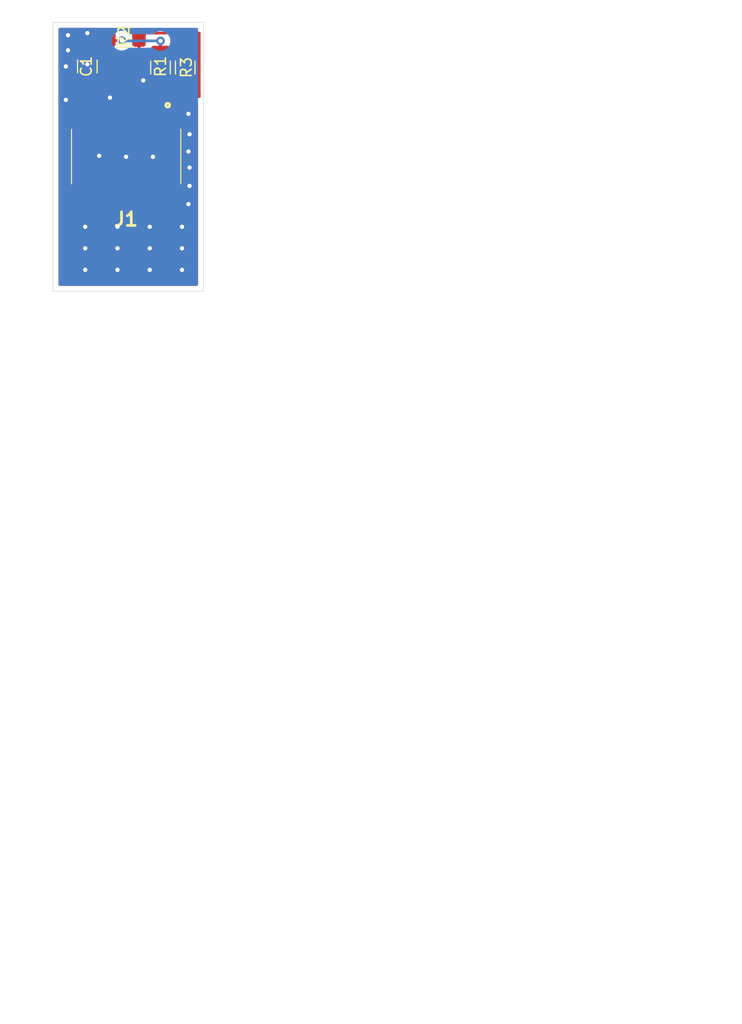
<source format=kicad_pcb>
(kicad_pcb (version 20211014) (generator pcbnew)
  (layers (0 "F.Cu" signal) (31 "B.Cu" signal) (34 "B.Paste" user) (35 "F.Paste" user) (36 "B.SilkS" user "B.Silkscreen") (37 "F.SilkS" user "F.Silkscreen") (38 "B.Mask" user) (39 "F.Mask" user) (44 "Edge.Cuts" user))
  (net 0 "")
  (net 1 "GND")
  (net 2 "+3V3")
  (net 3 "SDA")
  (net 4 "SCL")
  (net 5 "Net-(R3-Pad2)")
  (footprint "SamacSys_Parts:TSM-104-YY-ZZZ-DV-P-TR" (layer "F.Cu") (at 137.81 74.475)
    (fp_text reference "J1" (at -0.01 5.825) (layer "F.SilkS") (effects (font (size 1.27 1.27) (thickness 0.254))))
    (fp_text value "TSM-104-02-S-DV-P-TR" hide)
    (fp_line (start -5.08 2.54) (end -5.08 -2.54) (layer "F.SilkS") (width 0.1))
    (fp_line (start 5.08 -2.54) (end 5.08 2.54) (layer "F.SilkS") (width 0.1))
    (fp_circle (center 3.86 -4.775) (end 3.81 -4.775) (layer "F.SilkS") (width 0.254) (fill none))
    (pad "1" smd rect locked (at 3.81 -2.475) (size 1.27 3.68) (layers "F.Cu" "F.Paste" "F.Mask") (net 3 "SDA"))
    (pad "2" smd rect locked (at 3.81 2.475) (size 1.27 3.68) (layers "F.Cu" "F.Paste" "F.Mask") (net 1 "GND"))
    (pad "3" smd rect locked (at 1.27 -2.475) (size 1.27 3.68) (layers "F.Cu" "F.Paste" "F.Mask") (net 4 "SCL"))
    (pad "4" smd rect locked (at 1.27 2.475) (size 1.27 3.68) (layers "F.Cu" "F.Paste" "F.Mask") (net 1 "GND"))
    (pad "5" smd rect locked (at -1.27 -2.475) (size 1.27 3.68) (layers "F.Cu" "F.Paste" "F.Mask") (net 1 "GND"))
    (pad "6" smd rect locked (at -1.27 2.475) (size 1.27 3.68) (layers "F.Cu" "F.Paste" "F.Mask") (net 1 "GND"))
    (pad "7" smd rect locked (at -3.81 -2.475) (size 1.27 3.68) (layers "F.Cu" "F.Paste" "F.Mask") (net 2 "+3V3"))
    (pad "8" smd rect locked (at -3.81 2.475) (size 1.27 3.68) (layers "F.Cu" "F.Paste" "F.Mask") (net 1 "GND"))
  )
  (footprint "Resistor_SMD:R_1206_3216Metric" (layer "F.Cu") (at 141 66.2 -90)
    (fp_text reference "R1" (at -0.1 0 90) (layer "F.SilkS"))
    (fp_text value "10K")
    (fp_line (start -0.602064 -0.91) (end 0.602064 -0.91) (layer "F.SilkS") (width 0.12))
    (fp_line (start -0.602064 0.91) (end 0.602064 0.91) (layer "F.SilkS") (width 0.12))
    (pad "1" smd roundrect locked (at -1.4 0 270) (size 1.25 1.75) (layers "F.Cu" "F.Paste" "F.Mask") (roundrect_rratio 0.2) (net 2 "+3V3"))
    (pad "2" smd roundrect locked (at 1.4 0 270) (size 1.25 1.75) (layers "F.Cu" "F.Paste" "F.Mask") (roundrect_rratio 0.2) (net 4 "SCL"))
  )
  (footprint "Resistor_SMD:R_1206_3216Metric" (layer "F.Cu") (at 143.3 66.2 -90)
    (fp_text reference "R3" (at 0 -0.1 90) (layer "F.SilkS"))
    (fp_text value "10K")
    (fp_line (start -0.602064 -0.91) (end 0.602064 -0.91) (layer "F.SilkS") (width 0.12))
    (fp_line (start -0.602064 0.91) (end 0.602064 0.91) (layer "F.SilkS") (width 0.12))
    (pad "1" smd roundrect locked (at -1.4 0 270) (size 1.25 1.75) (layers "F.Cu" "F.Paste" "F.Mask") (roundrect_rratio 0.2) (net 2 "+3V3"))
    (pad "2" smd roundrect locked (at 1.4 0 270) (size 1.25 1.75) (layers "F.Cu" "F.Paste" "F.Mask") (roundrect_rratio 0.2) (net 5 "Net-(R3-Pad2)"))
  )
  (footprint "Capacitor_SMD:C_1206_3216Metric_Pad1.42x1.75mm_HandSolder" (layer "F.Cu") (at 134.2 66.1 90)
    (fp_text reference "C1" (at 0 -0.1 90) (layer "F.SilkS"))
    (fp_text value "100nF")
    (fp_line (start -0.602064 -0.91) (end 0.602064 -0.91) (layer "F.SilkS") (width 0.12))
    (fp_line (start -0.602064 0.91) (end 0.602064 0.91) (layer "F.SilkS") (width 0.12))
    (pad "1" smd roundrect locked (at -1.4875 0 90) (size 1.425 1.75) (layers "F.Cu" "F.Paste" "F.Mask") (roundrect_rratio 0.1754385965) (net 2 "+3V3"))
    (pad "2" smd roundrect locked (at 1.4875 0 90) (size 1.425 1.75) (layers "F.Cu" "F.Paste" "F.Mask") (roundrect_rratio 0.1754385965) (net 1 "GND"))
  )
  (footprint "Resistor_SMD:R_1206_3216Metric" (layer "F.Cu") (at 137.6 63.4)
    (fp_text reference "R2" (at 0 -0.1 90) (layer "F.SilkS"))
    (fp_text value "10K")
    (fp_line (start -0.602064 0.91) (end 0.602064 0.91) (layer "F.SilkS") (width 0.12))
    (fp_line (start -0.602064 -0.91) (end 0.602064 -0.91) (layer "F.SilkS") (width 0.12))
    (pad "1" smd roundrect locked (at -1.4 0) (size 1.25 1.75) (layers "F.Cu" "F.Paste" "F.Mask") (roundrect_rratio 0.2) (net 2 "+3V3"))
    (pad "2" smd roundrect locked (at 1.4 0) (size 1.25 1.75) (layers "F.Cu" "F.Paste" "F.Mask") (roundrect_rratio 0.2) (net 3 "SDA"))
  )
  (footprint "KiCAD Part Library:TSL2752" (layer "F.Cu") (at 137.0875 68.025 90)
    (fp_text reference "U1" hide)
    (fp_text value "TSL25721FN")
    (pad "1" smd rect (at 0.6 0.2 90) (size 1.2 0.35) (layers "F.Cu" "F.Paste" "F.Mask") (net 2 "+3V3"))
    (pad "2" smd roundrect (at 0.6 0.85 90) (size 1.2 0.35) (layers "F.Cu" "F.Paste" "F.Mask") (net 4 "SCL"))
    (pad "3" smd roundrect (at 0.6 1.5 90) (size 1.2 0.35) (layers "F.Cu" "F.Paste" "F.Mask") (net 1 "GND"))
    (pad "4" smd roundrect (at 2.1 1.5 90) (size 1.2 0.35) (layers "F.Cu" "F.Paste" "F.Mask"))
    (pad "5" smd roundrect (at 2.1 0.85 90) (size 1.2 0.35) (layers "F.Cu" "F.Paste" "F.Mask") (net 5 "Net-(R3-Pad2)"))
    (pad "6" smd roundrect (at 2.1 0.2 90) (size 1.2 0.35) (layers "F.Cu" "F.Paste" "F.Mask") (net 3 "SDA"))
  )
  (gr_line (start 145 87) (end 131 87) (layer "Edge.Cuts") (width 0.05))
  (gr_line (start 131 62) (end 145 62) (layer "Edge.Cuts") (width 0.05))
  (gr_line (start 131 87) (end 131 62) (layer "Edge.Cuts") (width 0.05))
  (gr_line (start 145 62) (end 145 87) (layer "Edge.Cuts") (width 0.05))
  (segment (start 138.6125 67.4) (end 138.5875 67.425) (width 0.25) (layer "F.Cu") (net 1))
  (segment (start 134.2 64.6125) (end 134.2 65.9) (width 0.25) (layer "F.Cu") (net 1))
  (segment (start 134.5 64.9125) (end 134.2 64.6125) (width 0.25) (layer "F.Cu") (net 1))
  (segment (start 139.4 67.4) (end 138.6125 67.4) (width 0.25) (layer "F.Cu") (net 1))
  (via (at 132.2 69.2) (size 0.8) (drill 0.4) (layers "F.Cu" "B.Cu") (net 1))
  (via (at 132.4 63.2) (size 0.8) (drill 0.4) (layers "F.Cu" "B.Cu") (net 1))
  (via (at 137.8 74.5) (size 0.8) (drill 0.4) (layers "F.Cu" "B.Cu") (net 1))
  (via (at 134.2 65.9) (size 0.8) (drill 0.4) (layers "F.Cu" "B.Cu") (net 1))
  (via (at 135.3 74.4) (size 0.8) (drill 0.4) (layers "F.Cu" "B.Cu") (net 1))
  (via (at 137 85) (size 0.8) (drill 0.4) (layers "F.Cu" "B.Cu") (net 1))
  (via (at 143.6 74) (size 0.8) (drill 0.4) (layers "F.Cu" "B.Cu") (net 1))
  (via (at 134 85) (size 0.8) (drill 0.4) (layers "F.Cu" "B.Cu") (net 1))
  (via (at 140.3 74.5) (size 0.8) (drill 0.4) (layers "F.Cu" "B.Cu") (net 1))
  (via (at 137 83) (size 0.8) (drill 0.4) (layers "F.Cu" "B.Cu") (net 1))
  (via (at 143.6 70.5) (size 0.8) (drill 0.4) (layers "F.Cu" "B.Cu") (net 1))
  (via (at 137 81) (size 0.8) (drill 0.4) (layers "F.Cu" "B.Cu") (net 1))
  (via (at 134 81) (size 0.8) (drill 0.4) (layers "F.Cu" "B.Cu") (net 1))
  (via (at 143.6 78.9) (size 0.8) (drill 0.4) (layers "F.Cu" "B.Cu") (net 1))
  (via (at 134.2 63) (size 0.8) (drill 0.4) (layers "F.Cu" "B.Cu") (net 1))
  (via (at 132.4 64.6) (size 0.8) (drill 0.4) (layers "F.Cu" "B.Cu") (net 1))
  (via (at 140 81) (size 0.8) (drill 0.4) (layers "F.Cu" "B.Cu") (net 1))
  (via (at 143.7 72.4) (size 0.8) (drill 0.4) (layers "F.Cu" "B.Cu") (net 1))
  (via (at 143 83) (size 0.8) (drill 0.4) (layers "F.Cu" "B.Cu") (net 1))
  (via (at 140 85) (size 0.8) (drill 0.4) (layers "F.Cu" "B.Cu") (net 1))
  (via (at 143.7 77.2) (size 0.8) (drill 0.4) (layers "F.Cu" "B.Cu") (net 1))
  (via (at 143 81) (size 0.8) (drill 0.4) (layers "F.Cu" "B.Cu") (net 1))
  (via (at 139.4 67.4) (size 0.8) (drill 0.4) (layers "F.Cu" "B.Cu") (net 1))
  (via (at 140 83) (size 0.8) (drill 0.4) (layers "F.Cu" "B.Cu") (net 1))
  (via (at 134 83) (size 0.8) (drill 0.4) (layers "F.Cu" "B.Cu") (net 1))
  (via (at 143 85) (size 0.8) (drill 0.4) (layers "F.Cu" "B.Cu") (net 1))
  (via (at 132.2 66.1) (size 0.8) (drill 0.4) (layers "F.Cu" "B.Cu") (net 1))
  (via (at 143.7 75.5) (size 0.8) (drill 0.4) (layers "F.Cu" "B.Cu") (net 1))
  (via (at 136.3 69) (size 0.8) (drill 0.4) (layers "F.Cu" "B.Cu") (net 1))
  (segment (start 135.8 63) (end 136.2 63.4) (width 0.25) (layer "F.Cu") (net 2))
  (segment (start 134.2 67.5875) (end 136.4875 67.5875) (width 0.25) (layer "F.Cu") (net 2))
  (segment (start 136.2 63.4) (end 136.2 63.6) (width 0.25) (layer "F.Cu") (net 2))
  (segment (start 143.3 64.8) (end 141 64.8) (width 0.25) (layer "F.Cu") (net 2))
  (segment (start 136.2 63.4) (end 136.4875 63.6875) (width 0.25) (layer "F.Cu") (net 2))
  (segment (start 134 72) (end 134 67.9875) (width 0.25) (layer "F.Cu") (net 2))
  (segment (start 134 67.9875) (end 134.4 67.5875) (width 0.25) (layer "F.Cu") (net 2))
  (segment (start 137.4 63.7) (end 136.5 63.7) (width 0.25) (layer "F.Cu") (net 2))
  (segment (start 136.4875 63.6875) (end 136.4875 67.5875) (width 0.25) (layer "F.Cu") (net 2))
  (segment (start 141 64.8) (end 141 63.7245) (width 0.25) (layer "F.Cu") (net 2))
  (segment (start 137.125 67.5875) (end 137.2875 67.425) (width 0.25) (layer "F.Cu") (net 2))
  (segment (start 136.4875 67.5875) (end 137.125 67.5875) (width 0.25) (layer "F.Cu") (net 2))
  (segment (start 141 64.8) (end 140.4 64.8) (width 0.25) (layer "F.Cu") (net 2))
  (segment (start 136.2 63.4) (end 136.3 63.4) (width 0.25) (layer "F.Cu") (net 2))
  (segment (start 136.5 63.7) (end 136.2 63.4) (width 0.25) (layer "F.Cu") (net 2))
  (via (at 141 63.7245) (size 0.8) (drill 0.4) (layers "F.Cu" "B.Cu") (net 2))
  (via (at 137.4 63.7) (size 0.8) (drill 0.4) (layers "F.Cu" "B.Cu") (net 2))
  (segment (start 141 63.7245) (end 137.4245 63.7245) (width 0.25) (layer "B.Cu") (net 2))
  (segment (start 137.4245 63.7245) (end 137.4 63.7) (width 0.25) (layer "B.Cu") (net 2))
  (segment (start 141.6 71.98) (end 141.62 72) (width 0.25) (layer "F.Cu") (net 3))
  (segment (start 139 64.5) (end 139.05096 64.55096) (width 0.25) (layer "F.Cu") (net 3))
  (segment (start 139.7 65.2) (end 139.05096 64.55096) (width 0.25) (layer "F.Cu") (net 3))
  (segment (start 141.62 69.88) (end 142.6 68.9) (width 0.25) (layer "F.Cu") (net 3))
  (segment (start 141.62 72) (end 141.62 69.88) (width 0.25) (layer "F.Cu") (net 3))
  (segment (start 139.1 63.8) (end 139.2 63.8) (width 0.25) (layer "F.Cu") (net 3))
  (segment (start 144.6 68.6) (end 144.6 68.8) (width 0.25) (layer "F.Cu") (net 3))
  (segment (start 144.6 63) (end 144.6 64.2) (width 0.25) (layer "F.Cu") (net 3))
  (segment (start 144.6 65.8) (end 144.6 66.3) (width 0.25) (layer "F.Cu") (net 3))
  (segment (start 139.7 65.9) (end 139.7 65.2) (width 0.25) (layer "F.Cu") (net 3))
  (segment (start 144.6 65.8) (end 144.5 65.9) (width 0.25) (layer "F.Cu") (net 3))
  (segment (start 144.6 66.3) (end 144.6 68.6) (width 0.25) (layer "F.Cu") (net 3))
  (segment (start 139 63.4) (end 139 64.5) (width 0.25) (layer "F.Cu") (net 3))
  (segment (start 141.6 72.02) (end 141.62 72) (width 0.25) (layer "F.Cu") (net 3))
  (segment (start 140.2 63) (end 139.4 63) (width 0.25) (layer "F.Cu") (net 3))
  (segment (start 144.6 68.9) (end 144.6 68.48) (width 0.25) (layer "F.Cu") (net 3))
  (segment (start 140.2 63) (end 144.6 63) (width 0.25) (layer "F.Cu") (net 3))
  (segment (start 144.6 64.2) (end 144.6 65.8) (width 0.25) (layer "F.Cu") (net 3))
  (segment (start 139.4 63) (end 139 63.4) (width 0.25) (layer "F.Cu") (net 3))
  (segment (start 142.6 68.9) (end 144.6 68.9) (width 0.25) (layer "F.Cu") (net 3))
  (segment (start 137.2875 65.392316) (end 137.2875 65.925) (width 0.25) (layer "F.Cu") (net 3))
  (segment (start 144.5 65.9) (end 139.7 65.9) (width 0.25) (layer "F.Cu") (net 3))
  (segment (start 140 63) (end 140.2 63) (width 0.25) (layer "F.Cu") (net 3))
  (segment (start 138.128856 64.55096) (end 137.2875 65.392316) (width 0.25) (layer "F.Cu") (net 3))
  (segment (start 139.05096 64.55096) (end 138.128856 64.55096) (width 0.25) (layer "F.Cu") (net 3))
  (segment (start 141.6 68.4) (end 141.6 68.2) (width 0.25) (layer "F.Cu") (net 4))
  (segment (start 139.08 70.92) (end 141.6 68.4) (width 0.25) (layer "F.Cu") (net 4))
  (segment (start 137.9375 67.957684) (end 138.579816 68.6) (width 0.25) (layer "F.Cu") (net 4))
  (segment (start 141 68) (end 141 67.6) (width 0.25) (layer "F.Cu") (net 4))
  (segment (start 137.9375 67.425) (end 137.9375 67.957684) (width 0.25) (layer "F.Cu") (net 4))
  (segment (start 138.579816 68.6) (end 140.4 68.6) (width 0.25) (layer "F.Cu") (net 4))
  (segment (start 139.08 70.72) (end 139.08 72) (width 0.25) (layer "F.Cu") (net 4))
  (segment (start 139.08 72) (end 139.08 71.02) (width 0.25) (layer "F.Cu") (net 4))
  (segment (start 140.4 68.6) (end 141 68) (width 0.25) (layer "F.Cu") (net 4))
  (segment (start 141.6 68.2) (end 141 67.6) (width 0.25) (layer "F.Cu") (net 4))
  (segment (start 137.9375 65.392316) (end 137.9375 65.925) (width 0.25) (layer "F.Cu") (net 5))
  (segment (start 143.3 67.6) (end 143.4 67.5) (width 0.25) (layer "F.Cu") (net 5))
  (segment (start 138.845664 65.00048) (end 138.329336 65.00048) (width 0.25) (layer "F.Cu") (net 5))
  (segment (start 139.564283 66.4) (end 139.08702 65.922737) (width 0.25) (layer "F.Cu") (net 5))
  (segment (start 138.329336 65.00048) (end 137.9375 65.392316) (width 0.25) (layer "F.Cu") (net 5))
  (segment (start 139.08702 65.241836) (end 138.845664 65.00048) (width 0.25) (layer "F.Cu") (net 5))
  (segment (start 143.4 66.4) (end 139.564283 66.4) (width 0.25) (layer "F.Cu") (net 5))
  (segment (start 143.4 67.5) (end 143.4 66.4) (width 0.25) (layer "F.Cu") (net 5))
  (segment (start 139.08702 65.922737) (end 139.08702 65.241836) (width 0.25) (layer "F.Cu") (net 5))
  (zone (net 1) (net_name "GND") (layer "F.Cu") (connect_pads (clearance 0.508)) (min_thickness 0.254) (fill yes (thermal_gap 0.508) (thermal_bridge_width 0.508))
    (polygon (pts (xy 145 87) (xy 131 87) (xy 131 62) (xy 145 62)))
  )
  (zone (net 1) (net_name "GND") (layer "B.Cu") (connect_pads (clearance 0.508)) (min_thickness 0.254) (fill yes (thermal_gap 0.508) (thermal_bridge_width 0.508))
    (polygon (pts (xy 145 87) (xy 131 87) (xy 131 62) (xy 145 62)))
  )
)
</source>
